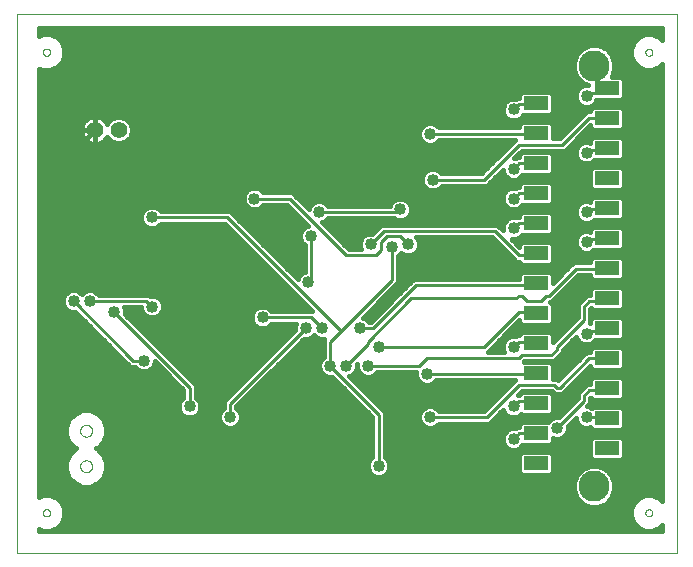
<source format=gbl>
G75*
%MOIN*%
%OFA0B0*%
%FSLAX25Y25*%
%IPPOS*%
%LPD*%
%AMOC8*
5,1,8,0,0,1.08239X$1,22.5*
%
%ADD10C,0.00000*%
%ADD11R,0.07900X0.04700*%
%ADD12C,0.10350*%
%ADD13C,0.05543*%
%ADD14C,0.01600*%
%ADD15R,0.03962X0.03962*%
%ADD16C,0.01000*%
%ADD17C,0.04000*%
D10*
X0001000Y0001000D02*
X0001000Y0180961D01*
X0221079Y0180961D01*
X0221079Y0001000D01*
X0001000Y0001000D01*
X0009819Y0014543D02*
X0009821Y0014612D01*
X0009827Y0014680D01*
X0009837Y0014748D01*
X0009851Y0014815D01*
X0009869Y0014882D01*
X0009890Y0014947D01*
X0009916Y0015011D01*
X0009945Y0015073D01*
X0009977Y0015133D01*
X0010013Y0015192D01*
X0010053Y0015248D01*
X0010095Y0015302D01*
X0010141Y0015353D01*
X0010190Y0015402D01*
X0010241Y0015448D01*
X0010295Y0015490D01*
X0010351Y0015530D01*
X0010409Y0015566D01*
X0010470Y0015598D01*
X0010532Y0015627D01*
X0010596Y0015653D01*
X0010661Y0015674D01*
X0010728Y0015692D01*
X0010795Y0015706D01*
X0010863Y0015716D01*
X0010931Y0015722D01*
X0011000Y0015724D01*
X0011069Y0015722D01*
X0011137Y0015716D01*
X0011205Y0015706D01*
X0011272Y0015692D01*
X0011339Y0015674D01*
X0011404Y0015653D01*
X0011468Y0015627D01*
X0011530Y0015598D01*
X0011590Y0015566D01*
X0011649Y0015530D01*
X0011705Y0015490D01*
X0011759Y0015448D01*
X0011810Y0015402D01*
X0011859Y0015353D01*
X0011905Y0015302D01*
X0011947Y0015248D01*
X0011987Y0015192D01*
X0012023Y0015133D01*
X0012055Y0015073D01*
X0012084Y0015011D01*
X0012110Y0014947D01*
X0012131Y0014882D01*
X0012149Y0014815D01*
X0012163Y0014748D01*
X0012173Y0014680D01*
X0012179Y0014612D01*
X0012181Y0014543D01*
X0012179Y0014474D01*
X0012173Y0014406D01*
X0012163Y0014338D01*
X0012149Y0014271D01*
X0012131Y0014204D01*
X0012110Y0014139D01*
X0012084Y0014075D01*
X0012055Y0014013D01*
X0012023Y0013952D01*
X0011987Y0013894D01*
X0011947Y0013838D01*
X0011905Y0013784D01*
X0011859Y0013733D01*
X0011810Y0013684D01*
X0011759Y0013638D01*
X0011705Y0013596D01*
X0011649Y0013556D01*
X0011591Y0013520D01*
X0011530Y0013488D01*
X0011468Y0013459D01*
X0011404Y0013433D01*
X0011339Y0013412D01*
X0011272Y0013394D01*
X0011205Y0013380D01*
X0011137Y0013370D01*
X0011069Y0013364D01*
X0011000Y0013362D01*
X0010931Y0013364D01*
X0010863Y0013370D01*
X0010795Y0013380D01*
X0010728Y0013394D01*
X0010661Y0013412D01*
X0010596Y0013433D01*
X0010532Y0013459D01*
X0010470Y0013488D01*
X0010409Y0013520D01*
X0010351Y0013556D01*
X0010295Y0013596D01*
X0010241Y0013638D01*
X0010190Y0013684D01*
X0010141Y0013733D01*
X0010095Y0013784D01*
X0010053Y0013838D01*
X0010013Y0013894D01*
X0009977Y0013952D01*
X0009945Y0014013D01*
X0009916Y0014075D01*
X0009890Y0014139D01*
X0009869Y0014204D01*
X0009851Y0014271D01*
X0009837Y0014338D01*
X0009827Y0014406D01*
X0009821Y0014474D01*
X0009819Y0014543D01*
X0022220Y0030094D02*
X0022222Y0030182D01*
X0022228Y0030270D01*
X0022238Y0030358D01*
X0022252Y0030446D01*
X0022269Y0030532D01*
X0022291Y0030618D01*
X0022316Y0030702D01*
X0022346Y0030786D01*
X0022378Y0030868D01*
X0022415Y0030948D01*
X0022455Y0031027D01*
X0022499Y0031104D01*
X0022546Y0031179D01*
X0022596Y0031251D01*
X0022650Y0031322D01*
X0022706Y0031389D01*
X0022766Y0031455D01*
X0022828Y0031517D01*
X0022894Y0031577D01*
X0022961Y0031633D01*
X0023032Y0031687D01*
X0023104Y0031737D01*
X0023179Y0031784D01*
X0023256Y0031828D01*
X0023335Y0031868D01*
X0023415Y0031905D01*
X0023497Y0031937D01*
X0023581Y0031967D01*
X0023665Y0031992D01*
X0023751Y0032014D01*
X0023837Y0032031D01*
X0023925Y0032045D01*
X0024013Y0032055D01*
X0024101Y0032061D01*
X0024189Y0032063D01*
X0024277Y0032061D01*
X0024365Y0032055D01*
X0024453Y0032045D01*
X0024541Y0032031D01*
X0024627Y0032014D01*
X0024713Y0031992D01*
X0024797Y0031967D01*
X0024881Y0031937D01*
X0024963Y0031905D01*
X0025043Y0031868D01*
X0025122Y0031828D01*
X0025199Y0031784D01*
X0025274Y0031737D01*
X0025346Y0031687D01*
X0025417Y0031633D01*
X0025484Y0031577D01*
X0025550Y0031517D01*
X0025612Y0031455D01*
X0025672Y0031389D01*
X0025728Y0031322D01*
X0025782Y0031251D01*
X0025832Y0031179D01*
X0025879Y0031104D01*
X0025923Y0031027D01*
X0025963Y0030948D01*
X0026000Y0030868D01*
X0026032Y0030786D01*
X0026062Y0030702D01*
X0026087Y0030618D01*
X0026109Y0030532D01*
X0026126Y0030446D01*
X0026140Y0030358D01*
X0026150Y0030270D01*
X0026156Y0030182D01*
X0026158Y0030094D01*
X0026156Y0030006D01*
X0026150Y0029918D01*
X0026140Y0029830D01*
X0026126Y0029742D01*
X0026109Y0029656D01*
X0026087Y0029570D01*
X0026062Y0029486D01*
X0026032Y0029402D01*
X0026000Y0029320D01*
X0025963Y0029240D01*
X0025923Y0029161D01*
X0025879Y0029084D01*
X0025832Y0029009D01*
X0025782Y0028937D01*
X0025728Y0028866D01*
X0025672Y0028799D01*
X0025612Y0028733D01*
X0025550Y0028671D01*
X0025484Y0028611D01*
X0025417Y0028555D01*
X0025346Y0028501D01*
X0025274Y0028451D01*
X0025199Y0028404D01*
X0025122Y0028360D01*
X0025043Y0028320D01*
X0024963Y0028283D01*
X0024881Y0028251D01*
X0024797Y0028221D01*
X0024713Y0028196D01*
X0024627Y0028174D01*
X0024541Y0028157D01*
X0024453Y0028143D01*
X0024365Y0028133D01*
X0024277Y0028127D01*
X0024189Y0028125D01*
X0024101Y0028127D01*
X0024013Y0028133D01*
X0023925Y0028143D01*
X0023837Y0028157D01*
X0023751Y0028174D01*
X0023665Y0028196D01*
X0023581Y0028221D01*
X0023497Y0028251D01*
X0023415Y0028283D01*
X0023335Y0028320D01*
X0023256Y0028360D01*
X0023179Y0028404D01*
X0023104Y0028451D01*
X0023032Y0028501D01*
X0022961Y0028555D01*
X0022894Y0028611D01*
X0022828Y0028671D01*
X0022766Y0028733D01*
X0022706Y0028799D01*
X0022650Y0028866D01*
X0022596Y0028937D01*
X0022546Y0029009D01*
X0022499Y0029084D01*
X0022455Y0029161D01*
X0022415Y0029240D01*
X0022378Y0029320D01*
X0022346Y0029402D01*
X0022316Y0029486D01*
X0022291Y0029570D01*
X0022269Y0029656D01*
X0022252Y0029742D01*
X0022238Y0029830D01*
X0022228Y0029918D01*
X0022222Y0030006D01*
X0022220Y0030094D01*
X0022220Y0041906D02*
X0022222Y0041994D01*
X0022228Y0042082D01*
X0022238Y0042170D01*
X0022252Y0042258D01*
X0022269Y0042344D01*
X0022291Y0042430D01*
X0022316Y0042514D01*
X0022346Y0042598D01*
X0022378Y0042680D01*
X0022415Y0042760D01*
X0022455Y0042839D01*
X0022499Y0042916D01*
X0022546Y0042991D01*
X0022596Y0043063D01*
X0022650Y0043134D01*
X0022706Y0043201D01*
X0022766Y0043267D01*
X0022828Y0043329D01*
X0022894Y0043389D01*
X0022961Y0043445D01*
X0023032Y0043499D01*
X0023104Y0043549D01*
X0023179Y0043596D01*
X0023256Y0043640D01*
X0023335Y0043680D01*
X0023415Y0043717D01*
X0023497Y0043749D01*
X0023581Y0043779D01*
X0023665Y0043804D01*
X0023751Y0043826D01*
X0023837Y0043843D01*
X0023925Y0043857D01*
X0024013Y0043867D01*
X0024101Y0043873D01*
X0024189Y0043875D01*
X0024277Y0043873D01*
X0024365Y0043867D01*
X0024453Y0043857D01*
X0024541Y0043843D01*
X0024627Y0043826D01*
X0024713Y0043804D01*
X0024797Y0043779D01*
X0024881Y0043749D01*
X0024963Y0043717D01*
X0025043Y0043680D01*
X0025122Y0043640D01*
X0025199Y0043596D01*
X0025274Y0043549D01*
X0025346Y0043499D01*
X0025417Y0043445D01*
X0025484Y0043389D01*
X0025550Y0043329D01*
X0025612Y0043267D01*
X0025672Y0043201D01*
X0025728Y0043134D01*
X0025782Y0043063D01*
X0025832Y0042991D01*
X0025879Y0042916D01*
X0025923Y0042839D01*
X0025963Y0042760D01*
X0026000Y0042680D01*
X0026032Y0042598D01*
X0026062Y0042514D01*
X0026087Y0042430D01*
X0026109Y0042344D01*
X0026126Y0042258D01*
X0026140Y0042170D01*
X0026150Y0042082D01*
X0026156Y0041994D01*
X0026158Y0041906D01*
X0026156Y0041818D01*
X0026150Y0041730D01*
X0026140Y0041642D01*
X0026126Y0041554D01*
X0026109Y0041468D01*
X0026087Y0041382D01*
X0026062Y0041298D01*
X0026032Y0041214D01*
X0026000Y0041132D01*
X0025963Y0041052D01*
X0025923Y0040973D01*
X0025879Y0040896D01*
X0025832Y0040821D01*
X0025782Y0040749D01*
X0025728Y0040678D01*
X0025672Y0040611D01*
X0025612Y0040545D01*
X0025550Y0040483D01*
X0025484Y0040423D01*
X0025417Y0040367D01*
X0025346Y0040313D01*
X0025274Y0040263D01*
X0025199Y0040216D01*
X0025122Y0040172D01*
X0025043Y0040132D01*
X0024963Y0040095D01*
X0024881Y0040063D01*
X0024797Y0040033D01*
X0024713Y0040008D01*
X0024627Y0039986D01*
X0024541Y0039969D01*
X0024453Y0039955D01*
X0024365Y0039945D01*
X0024277Y0039939D01*
X0024189Y0039937D01*
X0024101Y0039939D01*
X0024013Y0039945D01*
X0023925Y0039955D01*
X0023837Y0039969D01*
X0023751Y0039986D01*
X0023665Y0040008D01*
X0023581Y0040033D01*
X0023497Y0040063D01*
X0023415Y0040095D01*
X0023335Y0040132D01*
X0023256Y0040172D01*
X0023179Y0040216D01*
X0023104Y0040263D01*
X0023032Y0040313D01*
X0022961Y0040367D01*
X0022894Y0040423D01*
X0022828Y0040483D01*
X0022766Y0040545D01*
X0022706Y0040611D01*
X0022650Y0040678D01*
X0022596Y0040749D01*
X0022546Y0040821D01*
X0022499Y0040896D01*
X0022455Y0040973D01*
X0022415Y0041052D01*
X0022378Y0041132D01*
X0022346Y0041214D01*
X0022316Y0041298D01*
X0022291Y0041382D01*
X0022269Y0041468D01*
X0022252Y0041554D01*
X0022238Y0041642D01*
X0022228Y0041730D01*
X0022222Y0041818D01*
X0022220Y0041906D01*
X0009819Y0168087D02*
X0009821Y0168156D01*
X0009827Y0168224D01*
X0009837Y0168292D01*
X0009851Y0168359D01*
X0009869Y0168426D01*
X0009890Y0168491D01*
X0009916Y0168555D01*
X0009945Y0168617D01*
X0009977Y0168677D01*
X0010013Y0168736D01*
X0010053Y0168792D01*
X0010095Y0168846D01*
X0010141Y0168897D01*
X0010190Y0168946D01*
X0010241Y0168992D01*
X0010295Y0169034D01*
X0010351Y0169074D01*
X0010409Y0169110D01*
X0010470Y0169142D01*
X0010532Y0169171D01*
X0010596Y0169197D01*
X0010661Y0169218D01*
X0010728Y0169236D01*
X0010795Y0169250D01*
X0010863Y0169260D01*
X0010931Y0169266D01*
X0011000Y0169268D01*
X0011069Y0169266D01*
X0011137Y0169260D01*
X0011205Y0169250D01*
X0011272Y0169236D01*
X0011339Y0169218D01*
X0011404Y0169197D01*
X0011468Y0169171D01*
X0011530Y0169142D01*
X0011590Y0169110D01*
X0011649Y0169074D01*
X0011705Y0169034D01*
X0011759Y0168992D01*
X0011810Y0168946D01*
X0011859Y0168897D01*
X0011905Y0168846D01*
X0011947Y0168792D01*
X0011987Y0168736D01*
X0012023Y0168677D01*
X0012055Y0168617D01*
X0012084Y0168555D01*
X0012110Y0168491D01*
X0012131Y0168426D01*
X0012149Y0168359D01*
X0012163Y0168292D01*
X0012173Y0168224D01*
X0012179Y0168156D01*
X0012181Y0168087D01*
X0012179Y0168018D01*
X0012173Y0167950D01*
X0012163Y0167882D01*
X0012149Y0167815D01*
X0012131Y0167748D01*
X0012110Y0167683D01*
X0012084Y0167619D01*
X0012055Y0167557D01*
X0012023Y0167496D01*
X0011987Y0167438D01*
X0011947Y0167382D01*
X0011905Y0167328D01*
X0011859Y0167277D01*
X0011810Y0167228D01*
X0011759Y0167182D01*
X0011705Y0167140D01*
X0011649Y0167100D01*
X0011591Y0167064D01*
X0011530Y0167032D01*
X0011468Y0167003D01*
X0011404Y0166977D01*
X0011339Y0166956D01*
X0011272Y0166938D01*
X0011205Y0166924D01*
X0011137Y0166914D01*
X0011069Y0166908D01*
X0011000Y0166906D01*
X0010931Y0166908D01*
X0010863Y0166914D01*
X0010795Y0166924D01*
X0010728Y0166938D01*
X0010661Y0166956D01*
X0010596Y0166977D01*
X0010532Y0167003D01*
X0010470Y0167032D01*
X0010409Y0167064D01*
X0010351Y0167100D01*
X0010295Y0167140D01*
X0010241Y0167182D01*
X0010190Y0167228D01*
X0010141Y0167277D01*
X0010095Y0167328D01*
X0010053Y0167382D01*
X0010013Y0167438D01*
X0009977Y0167496D01*
X0009945Y0167557D01*
X0009916Y0167619D01*
X0009890Y0167683D01*
X0009869Y0167748D01*
X0009851Y0167815D01*
X0009837Y0167882D01*
X0009827Y0167950D01*
X0009821Y0168018D01*
X0009819Y0168087D01*
X0210606Y0168087D02*
X0210608Y0168156D01*
X0210614Y0168224D01*
X0210624Y0168292D01*
X0210638Y0168359D01*
X0210656Y0168426D01*
X0210677Y0168491D01*
X0210703Y0168555D01*
X0210732Y0168617D01*
X0210764Y0168677D01*
X0210800Y0168736D01*
X0210840Y0168792D01*
X0210882Y0168846D01*
X0210928Y0168897D01*
X0210977Y0168946D01*
X0211028Y0168992D01*
X0211082Y0169034D01*
X0211138Y0169074D01*
X0211196Y0169110D01*
X0211257Y0169142D01*
X0211319Y0169171D01*
X0211383Y0169197D01*
X0211448Y0169218D01*
X0211515Y0169236D01*
X0211582Y0169250D01*
X0211650Y0169260D01*
X0211718Y0169266D01*
X0211787Y0169268D01*
X0211856Y0169266D01*
X0211924Y0169260D01*
X0211992Y0169250D01*
X0212059Y0169236D01*
X0212126Y0169218D01*
X0212191Y0169197D01*
X0212255Y0169171D01*
X0212317Y0169142D01*
X0212377Y0169110D01*
X0212436Y0169074D01*
X0212492Y0169034D01*
X0212546Y0168992D01*
X0212597Y0168946D01*
X0212646Y0168897D01*
X0212692Y0168846D01*
X0212734Y0168792D01*
X0212774Y0168736D01*
X0212810Y0168677D01*
X0212842Y0168617D01*
X0212871Y0168555D01*
X0212897Y0168491D01*
X0212918Y0168426D01*
X0212936Y0168359D01*
X0212950Y0168292D01*
X0212960Y0168224D01*
X0212966Y0168156D01*
X0212968Y0168087D01*
X0212966Y0168018D01*
X0212960Y0167950D01*
X0212950Y0167882D01*
X0212936Y0167815D01*
X0212918Y0167748D01*
X0212897Y0167683D01*
X0212871Y0167619D01*
X0212842Y0167557D01*
X0212810Y0167496D01*
X0212774Y0167438D01*
X0212734Y0167382D01*
X0212692Y0167328D01*
X0212646Y0167277D01*
X0212597Y0167228D01*
X0212546Y0167182D01*
X0212492Y0167140D01*
X0212436Y0167100D01*
X0212378Y0167064D01*
X0212317Y0167032D01*
X0212255Y0167003D01*
X0212191Y0166977D01*
X0212126Y0166956D01*
X0212059Y0166938D01*
X0211992Y0166924D01*
X0211924Y0166914D01*
X0211856Y0166908D01*
X0211787Y0166906D01*
X0211718Y0166908D01*
X0211650Y0166914D01*
X0211582Y0166924D01*
X0211515Y0166938D01*
X0211448Y0166956D01*
X0211383Y0166977D01*
X0211319Y0167003D01*
X0211257Y0167032D01*
X0211196Y0167064D01*
X0211138Y0167100D01*
X0211082Y0167140D01*
X0211028Y0167182D01*
X0210977Y0167228D01*
X0210928Y0167277D01*
X0210882Y0167328D01*
X0210840Y0167382D01*
X0210800Y0167438D01*
X0210764Y0167496D01*
X0210732Y0167557D01*
X0210703Y0167619D01*
X0210677Y0167683D01*
X0210656Y0167748D01*
X0210638Y0167815D01*
X0210624Y0167882D01*
X0210614Y0167950D01*
X0210608Y0168018D01*
X0210606Y0168087D01*
X0210606Y0014543D02*
X0210608Y0014612D01*
X0210614Y0014680D01*
X0210624Y0014748D01*
X0210638Y0014815D01*
X0210656Y0014882D01*
X0210677Y0014947D01*
X0210703Y0015011D01*
X0210732Y0015073D01*
X0210764Y0015133D01*
X0210800Y0015192D01*
X0210840Y0015248D01*
X0210882Y0015302D01*
X0210928Y0015353D01*
X0210977Y0015402D01*
X0211028Y0015448D01*
X0211082Y0015490D01*
X0211138Y0015530D01*
X0211196Y0015566D01*
X0211257Y0015598D01*
X0211319Y0015627D01*
X0211383Y0015653D01*
X0211448Y0015674D01*
X0211515Y0015692D01*
X0211582Y0015706D01*
X0211650Y0015716D01*
X0211718Y0015722D01*
X0211787Y0015724D01*
X0211856Y0015722D01*
X0211924Y0015716D01*
X0211992Y0015706D01*
X0212059Y0015692D01*
X0212126Y0015674D01*
X0212191Y0015653D01*
X0212255Y0015627D01*
X0212317Y0015598D01*
X0212377Y0015566D01*
X0212436Y0015530D01*
X0212492Y0015490D01*
X0212546Y0015448D01*
X0212597Y0015402D01*
X0212646Y0015353D01*
X0212692Y0015302D01*
X0212734Y0015248D01*
X0212774Y0015192D01*
X0212810Y0015133D01*
X0212842Y0015073D01*
X0212871Y0015011D01*
X0212897Y0014947D01*
X0212918Y0014882D01*
X0212936Y0014815D01*
X0212950Y0014748D01*
X0212960Y0014680D01*
X0212966Y0014612D01*
X0212968Y0014543D01*
X0212966Y0014474D01*
X0212960Y0014406D01*
X0212950Y0014338D01*
X0212936Y0014271D01*
X0212918Y0014204D01*
X0212897Y0014139D01*
X0212871Y0014075D01*
X0212842Y0014013D01*
X0212810Y0013952D01*
X0212774Y0013894D01*
X0212734Y0013838D01*
X0212692Y0013784D01*
X0212646Y0013733D01*
X0212597Y0013684D01*
X0212546Y0013638D01*
X0212492Y0013596D01*
X0212436Y0013556D01*
X0212378Y0013520D01*
X0212317Y0013488D01*
X0212255Y0013459D01*
X0212191Y0013433D01*
X0212126Y0013412D01*
X0212059Y0013394D01*
X0211992Y0013380D01*
X0211924Y0013370D01*
X0211856Y0013364D01*
X0211787Y0013362D01*
X0211718Y0013364D01*
X0211650Y0013370D01*
X0211582Y0013380D01*
X0211515Y0013394D01*
X0211448Y0013412D01*
X0211383Y0013433D01*
X0211319Y0013459D01*
X0211257Y0013488D01*
X0211196Y0013520D01*
X0211138Y0013556D01*
X0211082Y0013596D01*
X0211028Y0013638D01*
X0210977Y0013684D01*
X0210928Y0013733D01*
X0210882Y0013784D01*
X0210840Y0013838D01*
X0210800Y0013894D01*
X0210764Y0013952D01*
X0210732Y0014013D01*
X0210703Y0014075D01*
X0210677Y0014139D01*
X0210656Y0014204D01*
X0210638Y0014271D01*
X0210624Y0014338D01*
X0210614Y0014406D01*
X0210608Y0014474D01*
X0210606Y0014543D01*
D11*
X0197811Y0036000D03*
X0197811Y0046000D03*
X0197811Y0056000D03*
X0197811Y0066000D03*
X0197811Y0076000D03*
X0197811Y0086000D03*
X0197811Y0096000D03*
X0197811Y0106000D03*
X0197811Y0116000D03*
X0197811Y0126000D03*
X0197811Y0136000D03*
X0197811Y0146000D03*
X0197811Y0156000D03*
X0174211Y0151000D03*
X0174211Y0141000D03*
X0174211Y0131000D03*
X0174211Y0121000D03*
X0174211Y0111000D03*
X0174211Y0101000D03*
X0174211Y0091000D03*
X0174211Y0081000D03*
X0174211Y0071000D03*
X0174211Y0061000D03*
X0174211Y0051000D03*
X0174211Y0041000D03*
X0174211Y0031000D03*
D12*
X0193511Y0023400D03*
X0193511Y0163600D03*
D13*
X0035016Y0142122D03*
X0027142Y0142122D03*
D14*
X0016020Y0131000D01*
X0016000Y0131000D01*
X0008500Y0131148D02*
X0159379Y0131148D01*
X0160977Y0132747D02*
X0008500Y0132747D01*
X0008500Y0134345D02*
X0162576Y0134345D01*
X0164174Y0135944D02*
X0008500Y0135944D01*
X0008500Y0137542D02*
X0137499Y0137542D01*
X0138084Y0137300D02*
X0136761Y0137848D01*
X0135748Y0138861D01*
X0135200Y0140184D01*
X0135200Y0141616D01*
X0135748Y0142939D01*
X0136761Y0143952D01*
X0138084Y0144500D01*
X0139516Y0144500D01*
X0140839Y0143952D01*
X0141791Y0143000D01*
X0168661Y0143000D01*
X0168661Y0144013D01*
X0169598Y0144950D01*
X0178824Y0144950D01*
X0179761Y0144013D01*
X0179761Y0139400D01*
X0182030Y0139400D01*
X0189800Y0147170D01*
X0191030Y0148400D01*
X0192261Y0148400D01*
X0192261Y0149013D01*
X0193198Y0149950D01*
X0202424Y0149950D01*
X0203361Y0149013D01*
X0203361Y0142987D01*
X0202424Y0142050D01*
X0193198Y0142050D01*
X0192261Y0142987D01*
X0192261Y0143691D01*
X0183770Y0135200D01*
X0169370Y0135200D01*
X0166970Y0132800D01*
X0167330Y0132800D01*
X0167630Y0133100D01*
X0168661Y0133100D01*
X0168661Y0134013D01*
X0169598Y0134950D01*
X0178824Y0134950D01*
X0179761Y0134013D01*
X0179761Y0127987D01*
X0178824Y0127050D01*
X0169641Y0127050D01*
X0168739Y0126148D01*
X0167416Y0125600D01*
X0165984Y0125600D01*
X0164661Y0126148D01*
X0163648Y0127161D01*
X0163100Y0128484D01*
X0163100Y0128930D01*
X0157670Y0123500D01*
X0142691Y0123500D01*
X0141739Y0122548D01*
X0140416Y0122000D01*
X0138984Y0122000D01*
X0137661Y0122548D01*
X0136648Y0123561D01*
X0136100Y0124884D01*
X0136100Y0126316D01*
X0136648Y0127639D01*
X0137661Y0128652D01*
X0138984Y0129200D01*
X0140416Y0129200D01*
X0141739Y0128652D01*
X0142691Y0127700D01*
X0155930Y0127700D01*
X0166400Y0138170D01*
X0167030Y0138800D01*
X0141791Y0138800D01*
X0140839Y0137848D01*
X0139516Y0137300D01*
X0138084Y0137300D01*
X0140101Y0137542D02*
X0165773Y0137542D01*
X0168515Y0134345D02*
X0168994Y0134345D01*
X0163321Y0127951D02*
X0162121Y0127951D01*
X0160523Y0126353D02*
X0164456Y0126353D01*
X0168661Y0124013D02*
X0168661Y0123200D01*
X0167630Y0123200D01*
X0167330Y0122900D01*
X0165984Y0122900D01*
X0164661Y0122352D01*
X0163648Y0121339D01*
X0163100Y0120016D01*
X0163100Y0118584D01*
X0163648Y0117261D01*
X0164661Y0116248D01*
X0165984Y0115700D01*
X0167416Y0115700D01*
X0168739Y0116248D01*
X0169570Y0117079D01*
X0169598Y0117050D01*
X0178824Y0117050D01*
X0179761Y0117987D01*
X0179761Y0124013D01*
X0178824Y0124950D01*
X0169598Y0124950D01*
X0168661Y0124013D01*
X0169403Y0124754D02*
X0158924Y0124754D01*
X0156182Y0127951D02*
X0142440Y0127951D01*
X0142347Y0123156D02*
X0167586Y0123156D01*
X0168944Y0126353D02*
X0192261Y0126353D01*
X0192261Y0127951D02*
X0179725Y0127951D01*
X0179761Y0129550D02*
X0192798Y0129550D01*
X0193198Y0129950D02*
X0192261Y0129013D01*
X0192261Y0122987D01*
X0193198Y0122050D01*
X0202424Y0122050D01*
X0203361Y0122987D01*
X0203361Y0129013D01*
X0202424Y0129950D01*
X0193198Y0129950D01*
X0193039Y0131548D02*
X0191716Y0131000D01*
X0190284Y0131000D01*
X0188961Y0131548D01*
X0187948Y0132561D01*
X0187400Y0133884D01*
X0187400Y0135316D01*
X0187948Y0136639D01*
X0188961Y0137652D01*
X0190284Y0138200D01*
X0191716Y0138200D01*
X0192261Y0137974D01*
X0192261Y0139013D01*
X0193198Y0139950D01*
X0202424Y0139950D01*
X0203361Y0139013D01*
X0203361Y0132987D01*
X0202424Y0132050D01*
X0193541Y0132050D01*
X0193039Y0131548D01*
X0192074Y0131148D02*
X0216279Y0131148D01*
X0216279Y0129550D02*
X0202824Y0129550D01*
X0203361Y0127951D02*
X0216279Y0127951D01*
X0216279Y0126353D02*
X0203361Y0126353D01*
X0203361Y0124754D02*
X0216279Y0124754D01*
X0216279Y0123156D02*
X0203361Y0123156D01*
X0202424Y0119950D02*
X0193198Y0119950D01*
X0192261Y0119013D01*
X0192261Y0118174D01*
X0191716Y0118400D01*
X0190284Y0118400D01*
X0188961Y0117852D01*
X0187948Y0116839D01*
X0187400Y0115516D01*
X0187400Y0114084D01*
X0187948Y0112761D01*
X0188961Y0111748D01*
X0190284Y0111200D01*
X0191716Y0111200D01*
X0193039Y0111748D01*
X0193341Y0112050D01*
X0202424Y0112050D01*
X0203361Y0112987D01*
X0203361Y0119013D01*
X0202424Y0119950D01*
X0203361Y0118360D02*
X0216279Y0118360D01*
X0216279Y0116762D02*
X0203361Y0116762D01*
X0203361Y0115163D02*
X0216279Y0115163D01*
X0216279Y0113565D02*
X0203361Y0113565D01*
X0202424Y0109950D02*
X0193198Y0109950D01*
X0192261Y0109013D01*
X0192261Y0108274D01*
X0191716Y0108500D01*
X0190284Y0108500D01*
X0188961Y0107952D01*
X0187948Y0106939D01*
X0187400Y0105616D01*
X0187400Y0104184D01*
X0187948Y0102861D01*
X0188961Y0101848D01*
X0190284Y0101300D01*
X0191716Y0101300D01*
X0193039Y0101848D01*
X0193241Y0102050D01*
X0202424Y0102050D01*
X0203361Y0102987D01*
X0203361Y0109013D01*
X0202424Y0109950D01*
X0203361Y0108769D02*
X0216279Y0108769D01*
X0216279Y0107171D02*
X0203361Y0107171D01*
X0203361Y0105572D02*
X0216279Y0105572D01*
X0216279Y0103974D02*
X0203361Y0103974D01*
X0202749Y0102375D02*
X0216279Y0102375D01*
X0216279Y0100777D02*
X0179761Y0100777D01*
X0179761Y0102375D02*
X0188434Y0102375D01*
X0187487Y0103974D02*
X0179761Y0103974D01*
X0179761Y0104013D02*
X0178824Y0104950D01*
X0169598Y0104950D01*
X0168661Y0104013D01*
X0168661Y0103209D01*
X0166070Y0105800D01*
X0167416Y0105800D01*
X0168739Y0106348D01*
X0169520Y0107129D01*
X0169598Y0107050D01*
X0178824Y0107050D01*
X0179761Y0107987D01*
X0179761Y0114013D01*
X0178824Y0114950D01*
X0169598Y0114950D01*
X0168661Y0114013D01*
X0168661Y0113300D01*
X0167630Y0113300D01*
X0167330Y0113000D01*
X0165984Y0113000D01*
X0164661Y0112452D01*
X0163648Y0111439D01*
X0163100Y0110116D01*
X0163100Y0108770D01*
X0161270Y0110600D01*
X0122630Y0110600D01*
X0121400Y0109370D01*
X0119630Y0107600D01*
X0118284Y0107600D01*
X0116961Y0107052D01*
X0115948Y0106039D01*
X0115400Y0104716D01*
X0115400Y0103284D01*
X0115725Y0102500D01*
X0111770Y0102500D01*
X0102937Y0111333D01*
X0103939Y0111748D01*
X0104891Y0112700D01*
X0126809Y0112700D01*
X0126861Y0112648D01*
X0128184Y0112100D01*
X0129616Y0112100D01*
X0130939Y0112648D01*
X0131952Y0113661D01*
X0132500Y0114984D01*
X0132500Y0116416D01*
X0131952Y0117739D01*
X0130939Y0118752D01*
X0129616Y0119300D01*
X0128184Y0119300D01*
X0126861Y0118752D01*
X0125848Y0117739D01*
X0125500Y0116900D01*
X0104891Y0116900D01*
X0103939Y0117852D01*
X0102616Y0118400D01*
X0101184Y0118400D01*
X0099861Y0117852D01*
X0098848Y0116839D01*
X0098433Y0115837D01*
X0092870Y0121400D01*
X0083291Y0121400D01*
X0082339Y0122352D01*
X0081016Y0122900D01*
X0079584Y0122900D01*
X0078261Y0122352D01*
X0077248Y0121339D01*
X0076700Y0120016D01*
X0076700Y0118584D01*
X0077248Y0117261D01*
X0078261Y0116248D01*
X0079584Y0115700D01*
X0081016Y0115700D01*
X0082339Y0116248D01*
X0083291Y0117200D01*
X0091130Y0117200D01*
X0098163Y0110167D01*
X0097161Y0109752D01*
X0096148Y0108739D01*
X0095600Y0107416D01*
X0095600Y0105984D01*
X0096148Y0104661D01*
X0097100Y0103709D01*
X0097100Y0094800D01*
X0096261Y0094452D01*
X0095248Y0093439D01*
X0094833Y0092437D01*
X0073400Y0113870D01*
X0072170Y0115100D01*
X0049091Y0115100D01*
X0048139Y0116052D01*
X0046816Y0116600D01*
X0045384Y0116600D01*
X0044061Y0116052D01*
X0043048Y0115039D01*
X0042500Y0113716D01*
X0042500Y0112284D01*
X0043048Y0110961D01*
X0044061Y0109948D01*
X0045384Y0109400D01*
X0046816Y0109400D01*
X0048139Y0109948D01*
X0049091Y0110900D01*
X0070430Y0110900D01*
X0099530Y0081800D01*
X0085991Y0081800D01*
X0085039Y0082752D01*
X0083716Y0083300D01*
X0082284Y0083300D01*
X0080961Y0082752D01*
X0079948Y0081739D01*
X0079400Y0080416D01*
X0079400Y0078984D01*
X0079948Y0077661D01*
X0080961Y0076648D01*
X0082284Y0076100D01*
X0083716Y0076100D01*
X0085039Y0076648D01*
X0085991Y0077600D01*
X0094125Y0077600D01*
X0093800Y0076816D01*
X0093800Y0075470D01*
X0070100Y0051770D01*
X0070100Y0049391D01*
X0069148Y0048439D01*
X0068600Y0047116D01*
X0068600Y0045684D01*
X0069148Y0044361D01*
X0070161Y0043348D01*
X0071484Y0042800D01*
X0072916Y0042800D01*
X0074239Y0043348D01*
X0075252Y0044361D01*
X0075800Y0045684D01*
X0075800Y0047116D01*
X0075252Y0048439D01*
X0074300Y0049391D01*
X0074300Y0050030D01*
X0096770Y0072500D01*
X0098116Y0072500D01*
X0099439Y0073048D01*
X0100100Y0073709D01*
X0100761Y0073048D01*
X0102084Y0072500D01*
X0103430Y0072500D01*
X0103400Y0072470D01*
X0103400Y0066491D01*
X0102448Y0065539D01*
X0101900Y0064216D01*
X0101900Y0062784D01*
X0102448Y0061461D01*
X0103461Y0060448D01*
X0104784Y0059900D01*
X0106130Y0059900D01*
X0119600Y0046430D01*
X0119600Y0033191D01*
X0118648Y0032239D01*
X0118100Y0030916D01*
X0118100Y0029484D01*
X0118648Y0028161D01*
X0119661Y0027148D01*
X0120984Y0026600D01*
X0122416Y0026600D01*
X0123739Y0027148D01*
X0124752Y0028161D01*
X0125300Y0029484D01*
X0125300Y0030916D01*
X0124752Y0032239D01*
X0123800Y0033191D01*
X0123800Y0048170D01*
X0111937Y0060033D01*
X0112939Y0060448D01*
X0113952Y0061461D01*
X0114500Y0062784D01*
X0115048Y0061461D01*
X0116061Y0060448D01*
X0117384Y0059900D01*
X0118816Y0059900D01*
X0120139Y0060448D01*
X0121091Y0061400D01*
X0134300Y0061400D01*
X0134300Y0060084D01*
X0134848Y0058761D01*
X0135861Y0057748D01*
X0137184Y0057200D01*
X0138616Y0057200D01*
X0139939Y0057748D01*
X0140891Y0058700D01*
X0167030Y0058700D01*
X0166400Y0058070D01*
X0156830Y0048500D01*
X0141791Y0048500D01*
X0140839Y0049452D01*
X0139516Y0050000D01*
X0138084Y0050000D01*
X0136761Y0049452D01*
X0135748Y0048439D01*
X0135200Y0047116D01*
X0135200Y0045684D01*
X0135748Y0044361D01*
X0136761Y0043348D01*
X0138084Y0042800D01*
X0139516Y0042800D01*
X0140839Y0043348D01*
X0141791Y0044300D01*
X0158570Y0044300D01*
X0163233Y0048963D01*
X0163648Y0047961D01*
X0164661Y0046948D01*
X0165984Y0046400D01*
X0167416Y0046400D01*
X0168739Y0046948D01*
X0169220Y0047429D01*
X0169598Y0047050D01*
X0178824Y0047050D01*
X0179761Y0047987D01*
X0179761Y0054013D01*
X0178824Y0054950D01*
X0169598Y0054950D01*
X0168661Y0054013D01*
X0168661Y0053900D01*
X0168170Y0053900D01*
X0169370Y0055100D01*
X0179330Y0055100D01*
X0180230Y0054200D01*
X0182870Y0054200D01*
X0192261Y0063591D01*
X0192261Y0062987D01*
X0193198Y0062050D01*
X0202424Y0062050D01*
X0203361Y0062987D01*
X0203361Y0069013D01*
X0202424Y0069950D01*
X0193198Y0069950D01*
X0192261Y0069013D01*
X0192261Y0068300D01*
X0191030Y0068300D01*
X0189800Y0067070D01*
X0181550Y0058820D01*
X0181070Y0059300D01*
X0179761Y0059300D01*
X0179761Y0064013D01*
X0178824Y0064950D01*
X0170220Y0064950D01*
X0170270Y0065000D01*
X0180170Y0065000D01*
X0181970Y0066800D01*
X0183200Y0068030D01*
X0183200Y0068930D01*
X0187533Y0073263D01*
X0187948Y0072261D01*
X0188961Y0071248D01*
X0190284Y0070700D01*
X0191716Y0070700D01*
X0193039Y0071248D01*
X0193841Y0072050D01*
X0202424Y0072050D01*
X0203361Y0072987D01*
X0203361Y0079013D01*
X0202424Y0079950D01*
X0193198Y0079950D01*
X0192261Y0079013D01*
X0192261Y0077674D01*
X0192037Y0077767D01*
X0192200Y0077930D01*
X0192200Y0082430D01*
X0192509Y0082739D01*
X0193198Y0082050D01*
X0202424Y0082050D01*
X0203361Y0082987D01*
X0203361Y0089013D01*
X0202424Y0089950D01*
X0193198Y0089950D01*
X0192261Y0089013D01*
X0192261Y0087200D01*
X0191030Y0087200D01*
X0189800Y0085970D01*
X0188000Y0084170D01*
X0188000Y0079670D01*
X0179761Y0071431D01*
X0179761Y0074013D01*
X0178824Y0074950D01*
X0169598Y0074950D01*
X0168661Y0074013D01*
X0168661Y0073700D01*
X0167630Y0073700D01*
X0167330Y0073400D01*
X0165984Y0073400D01*
X0164661Y0072852D01*
X0163648Y0071839D01*
X0163100Y0070516D01*
X0163100Y0069084D01*
X0163425Y0068300D01*
X0158270Y0068300D01*
X0158900Y0068930D01*
X0158900Y0068930D01*
X0168661Y0078691D01*
X0168661Y0077987D01*
X0169598Y0077050D01*
X0178824Y0077050D01*
X0179761Y0077987D01*
X0179761Y0084013D01*
X0178974Y0084800D01*
X0179270Y0084800D01*
X0188270Y0093800D01*
X0192261Y0093800D01*
X0192261Y0092987D01*
X0193198Y0092050D01*
X0202424Y0092050D01*
X0203361Y0092987D01*
X0203361Y0099013D01*
X0202424Y0099950D01*
X0193198Y0099950D01*
X0192261Y0099013D01*
X0192261Y0098000D01*
X0186530Y0098000D01*
X0185300Y0096770D01*
X0179761Y0091231D01*
X0179761Y0094013D01*
X0178824Y0094950D01*
X0169598Y0094950D01*
X0168661Y0094013D01*
X0168661Y0092600D01*
X0133430Y0092600D01*
X0132200Y0091370D01*
X0119030Y0078200D01*
X0118391Y0078200D01*
X0117439Y0079152D01*
X0116437Y0079567D01*
X0128300Y0091430D01*
X0128300Y0100109D01*
X0129252Y0101061D01*
X0129309Y0101199D01*
X0129561Y0100948D01*
X0130884Y0100400D01*
X0132316Y0100400D01*
X0133639Y0100948D01*
X0134652Y0101961D01*
X0135200Y0103284D01*
X0135200Y0104716D01*
X0134652Y0106039D01*
X0134291Y0106400D01*
X0159530Y0106400D01*
X0166400Y0099530D01*
X0167630Y0098300D01*
X0168661Y0098300D01*
X0168661Y0097987D01*
X0169598Y0097050D01*
X0178824Y0097050D01*
X0179761Y0097987D01*
X0179761Y0104013D01*
X0178945Y0107171D02*
X0188180Y0107171D01*
X0187400Y0105572D02*
X0166298Y0105572D01*
X0167896Y0103974D02*
X0168661Y0103974D01*
X0165153Y0100777D02*
X0133226Y0100777D01*
X0134824Y0102375D02*
X0163555Y0102375D01*
X0161956Y0103974D02*
X0135200Y0103974D01*
X0134845Y0105572D02*
X0160358Y0105572D01*
X0161502Y0110368D02*
X0163204Y0110368D01*
X0164175Y0111966D02*
X0104157Y0111966D01*
X0103902Y0110368D02*
X0122398Y0110368D01*
X0120799Y0108769D02*
X0105501Y0108769D01*
X0107099Y0107171D02*
X0117248Y0107171D01*
X0115755Y0105572D02*
X0108698Y0105572D01*
X0110296Y0103974D02*
X0115400Y0103974D01*
X0128300Y0099178D02*
X0166752Y0099178D01*
X0169069Y0097580D02*
X0128300Y0097580D01*
X0128300Y0095981D02*
X0184511Y0095981D01*
X0182913Y0094383D02*
X0179391Y0094383D01*
X0179761Y0092784D02*
X0181314Y0092784D01*
X0184057Y0089587D02*
X0192835Y0089587D01*
X0192261Y0087989D02*
X0182458Y0087989D01*
X0180860Y0086390D02*
X0190220Y0086390D01*
X0188622Y0084792D02*
X0178982Y0084792D01*
X0179761Y0083193D02*
X0188000Y0083193D01*
X0188000Y0081595D02*
X0179761Y0081595D01*
X0179761Y0079996D02*
X0188000Y0079996D01*
X0186728Y0078398D02*
X0179761Y0078398D01*
X0183531Y0075201D02*
X0165170Y0075201D01*
X0166769Y0076799D02*
X0185129Y0076799D01*
X0181932Y0073602D02*
X0179761Y0073602D01*
X0179761Y0072003D02*
X0180334Y0072003D01*
X0183200Y0068806D02*
X0192261Y0068806D01*
X0189938Y0067208D02*
X0182378Y0067208D01*
X0180779Y0065609D02*
X0188340Y0065609D01*
X0186741Y0064011D02*
X0179761Y0064011D01*
X0179761Y0062412D02*
X0185143Y0062412D01*
X0183544Y0060814D02*
X0179761Y0060814D01*
X0181154Y0059215D02*
X0181946Y0059215D01*
X0184688Y0056018D02*
X0189549Y0056018D01*
X0189800Y0056270D02*
X0188000Y0054470D01*
X0188000Y0052670D01*
X0181730Y0046400D01*
X0180384Y0046400D01*
X0179061Y0045852D01*
X0178159Y0044950D01*
X0169598Y0044950D01*
X0168661Y0044013D01*
X0168661Y0043100D01*
X0167630Y0043100D01*
X0167330Y0042800D01*
X0165984Y0042800D01*
X0164661Y0042252D01*
X0163648Y0041239D01*
X0163100Y0039916D01*
X0163100Y0038484D01*
X0163648Y0037161D01*
X0164661Y0036148D01*
X0165984Y0035600D01*
X0167416Y0035600D01*
X0168739Y0036148D01*
X0169641Y0037050D01*
X0178824Y0037050D01*
X0179761Y0037987D01*
X0179761Y0039458D01*
X0180384Y0039200D01*
X0181816Y0039200D01*
X0183139Y0039748D01*
X0184152Y0040761D01*
X0184700Y0042084D01*
X0184700Y0043430D01*
X0187400Y0046130D01*
X0187400Y0045684D01*
X0187948Y0044361D01*
X0188961Y0043348D01*
X0190284Y0042800D01*
X0191716Y0042800D01*
X0192261Y0043026D01*
X0192261Y0042987D01*
X0193198Y0042050D01*
X0202424Y0042050D01*
X0203361Y0042987D01*
X0203361Y0049013D01*
X0202424Y0049950D01*
X0193198Y0049950D01*
X0192800Y0049551D01*
X0191716Y0050000D01*
X0191270Y0050000D01*
X0192200Y0050930D01*
X0192200Y0052730D01*
X0192359Y0052889D01*
X0193198Y0052050D01*
X0202424Y0052050D01*
X0203361Y0052987D01*
X0203361Y0059013D01*
X0202424Y0059950D01*
X0193198Y0059950D01*
X0192261Y0059013D01*
X0192261Y0057500D01*
X0191030Y0057500D01*
X0189800Y0056270D01*
X0188000Y0054420D02*
X0183090Y0054420D01*
X0180010Y0054420D02*
X0179354Y0054420D01*
X0179761Y0052821D02*
X0188000Y0052821D01*
X0186553Y0051223D02*
X0179761Y0051223D01*
X0179761Y0049624D02*
X0184954Y0049624D01*
X0183356Y0048026D02*
X0179761Y0048026D01*
X0181757Y0046427D02*
X0167482Y0046427D01*
X0165918Y0046427D02*
X0160697Y0046427D01*
X0159099Y0044829D02*
X0169477Y0044829D01*
X0168661Y0043230D02*
X0140555Y0043230D01*
X0137045Y0043230D02*
X0123800Y0043230D01*
X0123800Y0041632D02*
X0164041Y0041632D01*
X0163149Y0040033D02*
X0123800Y0040033D01*
X0123800Y0038435D02*
X0163120Y0038435D01*
X0163973Y0036836D02*
X0123800Y0036836D01*
X0123800Y0035238D02*
X0192261Y0035238D01*
X0192261Y0036836D02*
X0169427Y0036836D01*
X0169598Y0034950D02*
X0168661Y0034013D01*
X0168661Y0027987D01*
X0169598Y0027050D01*
X0178824Y0027050D01*
X0179761Y0027987D01*
X0179761Y0034013D01*
X0178824Y0034950D01*
X0169598Y0034950D01*
X0168661Y0033639D02*
X0123800Y0033639D01*
X0124834Y0032041D02*
X0168661Y0032041D01*
X0168661Y0030442D02*
X0125300Y0030442D01*
X0125035Y0028844D02*
X0168661Y0028844D01*
X0169403Y0027245D02*
X0123836Y0027245D01*
X0119564Y0027245D02*
X0030335Y0027245D01*
X0029927Y0026260D02*
X0030957Y0028748D01*
X0030957Y0031441D01*
X0029927Y0033929D01*
X0028023Y0035833D01*
X0027619Y0036000D01*
X0028023Y0036167D01*
X0029927Y0038071D01*
X0030957Y0040559D01*
X0030957Y0043252D01*
X0029927Y0045740D01*
X0028023Y0047644D01*
X0025535Y0048674D01*
X0022843Y0048674D01*
X0020355Y0047644D01*
X0018451Y0045740D01*
X0017420Y0043252D01*
X0017420Y0040559D01*
X0018451Y0038071D01*
X0020355Y0036167D01*
X0020759Y0036000D01*
X0020355Y0035833D01*
X0018451Y0033929D01*
X0017420Y0031441D01*
X0017420Y0028748D01*
X0018451Y0026260D01*
X0020355Y0024356D01*
X0022843Y0023326D01*
X0025535Y0023326D01*
X0028023Y0024356D01*
X0029927Y0026260D01*
X0029313Y0025647D02*
X0187108Y0025647D01*
X0186736Y0024748D02*
X0187767Y0027238D01*
X0189673Y0029144D01*
X0192163Y0030175D01*
X0194859Y0030175D01*
X0197349Y0029144D01*
X0199255Y0027238D01*
X0200286Y0024748D01*
X0200286Y0022052D01*
X0199255Y0019562D01*
X0197349Y0017656D01*
X0194859Y0016625D01*
X0192163Y0016625D01*
X0189673Y0017656D01*
X0187767Y0019562D01*
X0186736Y0022052D01*
X0186736Y0024748D01*
X0186736Y0024048D02*
X0027279Y0024048D01*
X0030957Y0028844D02*
X0118365Y0028844D01*
X0118100Y0030442D02*
X0030957Y0030442D01*
X0030709Y0032041D02*
X0118566Y0032041D01*
X0119600Y0033639D02*
X0030047Y0033639D01*
X0028618Y0035238D02*
X0119600Y0035238D01*
X0119600Y0036836D02*
X0028692Y0036836D01*
X0030078Y0038435D02*
X0119600Y0038435D01*
X0119600Y0040033D02*
X0030740Y0040033D01*
X0030957Y0041632D02*
X0119600Y0041632D01*
X0119600Y0043230D02*
X0073955Y0043230D01*
X0075446Y0044829D02*
X0119600Y0044829D01*
X0119600Y0046427D02*
X0075800Y0046427D01*
X0075423Y0048026D02*
X0118004Y0048026D01*
X0116406Y0049624D02*
X0074300Y0049624D01*
X0075493Y0051223D02*
X0114807Y0051223D01*
X0113209Y0052821D02*
X0077091Y0052821D01*
X0078690Y0054420D02*
X0111610Y0054420D01*
X0110012Y0056018D02*
X0080288Y0056018D01*
X0081887Y0057617D02*
X0108413Y0057617D01*
X0106815Y0059215D02*
X0083485Y0059215D01*
X0085084Y0060814D02*
X0103095Y0060814D01*
X0102054Y0062412D02*
X0086682Y0062412D01*
X0088281Y0064011D02*
X0101900Y0064011D01*
X0102518Y0065609D02*
X0089879Y0065609D01*
X0091478Y0067208D02*
X0103400Y0067208D01*
X0103400Y0068806D02*
X0093076Y0068806D01*
X0094675Y0070405D02*
X0103400Y0070405D01*
X0103400Y0072003D02*
X0096273Y0072003D01*
X0099993Y0073602D02*
X0100207Y0073602D01*
X0093531Y0075201D02*
X0042769Y0075201D01*
X0041171Y0076799D02*
X0080810Y0076799D01*
X0079643Y0078398D02*
X0039572Y0078398D01*
X0037974Y0079996D02*
X0044669Y0079996D01*
X0044061Y0080248D02*
X0045384Y0079700D01*
X0046816Y0079700D01*
X0048139Y0080248D01*
X0049152Y0081261D01*
X0049700Y0082584D01*
X0049700Y0084016D01*
X0049152Y0085339D01*
X0048139Y0086352D01*
X0046816Y0086900D01*
X0045470Y0086900D01*
X0045170Y0087200D01*
X0028391Y0087200D01*
X0027439Y0088152D01*
X0026116Y0088700D01*
X0024684Y0088700D01*
X0023361Y0088152D01*
X0022700Y0087491D01*
X0022039Y0088152D01*
X0020716Y0088700D01*
X0019284Y0088700D01*
X0017961Y0088152D01*
X0016948Y0087139D01*
X0016400Y0085816D01*
X0016400Y0084384D01*
X0016948Y0083061D01*
X0017961Y0082048D01*
X0019284Y0081500D01*
X0020630Y0081500D01*
X0038930Y0063200D01*
X0040409Y0063200D01*
X0041361Y0062248D01*
X0042684Y0061700D01*
X0044116Y0061700D01*
X0045439Y0062248D01*
X0046452Y0063261D01*
X0047000Y0064584D01*
X0047000Y0065030D01*
X0056600Y0055430D01*
X0056600Y0052991D01*
X0055648Y0052039D01*
X0055100Y0050716D01*
X0055100Y0049284D01*
X0055648Y0047961D01*
X0056661Y0046948D01*
X0057984Y0046400D01*
X0059416Y0046400D01*
X0060739Y0046948D01*
X0061752Y0047961D01*
X0062300Y0049284D01*
X0062300Y0050716D01*
X0061752Y0052039D01*
X0060800Y0052991D01*
X0060800Y0055430D01*
X0060800Y0057170D01*
X0037100Y0080870D01*
X0037100Y0082216D01*
X0036775Y0083000D01*
X0042500Y0083000D01*
X0042500Y0082584D01*
X0043048Y0081261D01*
X0044061Y0080248D01*
X0042910Y0081595D02*
X0037100Y0081595D01*
X0044368Y0073602D02*
X0091932Y0073602D01*
X0090334Y0072003D02*
X0045966Y0072003D01*
X0047565Y0070405D02*
X0088735Y0070405D01*
X0087137Y0068806D02*
X0049163Y0068806D01*
X0050762Y0067208D02*
X0085538Y0067208D01*
X0083940Y0065609D02*
X0052360Y0065609D01*
X0053959Y0064011D02*
X0082341Y0064011D01*
X0080743Y0062412D02*
X0055557Y0062412D01*
X0057156Y0060814D02*
X0079144Y0060814D01*
X0077546Y0059215D02*
X0058754Y0059215D01*
X0060353Y0057617D02*
X0075947Y0057617D01*
X0074349Y0056018D02*
X0060800Y0056018D01*
X0060800Y0054420D02*
X0072750Y0054420D01*
X0071152Y0052821D02*
X0060970Y0052821D01*
X0062090Y0051223D02*
X0070100Y0051223D01*
X0070100Y0049624D02*
X0062300Y0049624D01*
X0061779Y0048026D02*
X0068977Y0048026D01*
X0068600Y0046427D02*
X0059482Y0046427D01*
X0057918Y0046427D02*
X0029239Y0046427D01*
X0030304Y0044829D02*
X0068954Y0044829D01*
X0070445Y0043230D02*
X0030957Y0043230D01*
X0027100Y0048026D02*
X0055621Y0048026D01*
X0055100Y0049624D02*
X0008500Y0049624D01*
X0008500Y0048026D02*
X0021278Y0048026D01*
X0019139Y0046427D02*
X0008500Y0046427D01*
X0008500Y0044829D02*
X0018074Y0044829D01*
X0017420Y0043230D02*
X0008500Y0043230D01*
X0008500Y0041632D02*
X0017420Y0041632D01*
X0017638Y0040033D02*
X0008500Y0040033D01*
X0008500Y0038435D02*
X0018300Y0038435D01*
X0019686Y0036836D02*
X0008500Y0036836D01*
X0008500Y0035238D02*
X0019760Y0035238D01*
X0018331Y0033639D02*
X0008500Y0033639D01*
X0008500Y0032041D02*
X0017669Y0032041D01*
X0017420Y0030442D02*
X0008500Y0030442D01*
X0008500Y0028844D02*
X0017420Y0028844D01*
X0018043Y0027245D02*
X0008500Y0027245D01*
X0008500Y0025647D02*
X0019065Y0025647D01*
X0021099Y0024048D02*
X0008500Y0024048D01*
X0008500Y0022450D02*
X0186736Y0022450D01*
X0187234Y0020851D02*
X0008500Y0020851D01*
X0008500Y0019982D02*
X0008500Y0162648D01*
X0009810Y0162106D01*
X0012190Y0162106D01*
X0014388Y0163016D01*
X0016071Y0164699D01*
X0016981Y0166897D01*
X0016981Y0169276D01*
X0016071Y0171475D01*
X0014388Y0173157D01*
X0012190Y0174068D01*
X0009810Y0174068D01*
X0008500Y0173525D01*
X0008500Y0176000D01*
X0216279Y0176000D01*
X0216279Y0172054D01*
X0215175Y0173157D01*
X0212977Y0174068D01*
X0210598Y0174068D01*
X0208399Y0173157D01*
X0206717Y0171475D01*
X0205806Y0169276D01*
X0205806Y0166897D01*
X0206717Y0164699D01*
X0208399Y0163016D01*
X0210598Y0162106D01*
X0212977Y0162106D01*
X0215175Y0163016D01*
X0216279Y0164119D01*
X0216279Y0018510D01*
X0215175Y0019614D01*
X0212977Y0020524D01*
X0210598Y0020524D01*
X0208399Y0019614D01*
X0206717Y0017931D01*
X0205806Y0015733D01*
X0205806Y0013354D01*
X0206717Y0011155D01*
X0208399Y0009473D01*
X0210598Y0008562D01*
X0212977Y0008562D01*
X0215175Y0009473D01*
X0216279Y0010576D01*
X0216279Y0008500D01*
X0008500Y0008500D01*
X0008500Y0009105D01*
X0009810Y0008562D01*
X0012190Y0008562D01*
X0014388Y0009473D01*
X0016071Y0011155D01*
X0016981Y0013354D01*
X0016981Y0015733D01*
X0016071Y0017931D01*
X0014388Y0019614D01*
X0012190Y0020524D01*
X0009810Y0020524D01*
X0008500Y0019982D01*
X0014749Y0019253D02*
X0188077Y0019253D01*
X0189679Y0017654D02*
X0016185Y0017654D01*
X0016847Y0016056D02*
X0205940Y0016056D01*
X0205806Y0014457D02*
X0016981Y0014457D01*
X0016776Y0012859D02*
X0206011Y0012859D01*
X0206673Y0011260D02*
X0016114Y0011260D01*
X0014577Y0009662D02*
X0208211Y0009662D01*
X0215364Y0009662D02*
X0216279Y0009662D01*
X0206602Y0017654D02*
X0197343Y0017654D01*
X0198945Y0019253D02*
X0208038Y0019253D01*
X0200286Y0022450D02*
X0216279Y0022450D01*
X0216279Y0024048D02*
X0200286Y0024048D01*
X0199914Y0025647D02*
X0216279Y0025647D01*
X0216279Y0027245D02*
X0199247Y0027245D01*
X0197649Y0028844D02*
X0216279Y0028844D01*
X0216279Y0030442D02*
X0179761Y0030442D01*
X0179761Y0028844D02*
X0189373Y0028844D01*
X0187775Y0027245D02*
X0179019Y0027245D01*
X0179761Y0032041D02*
X0216279Y0032041D01*
X0216279Y0033639D02*
X0203361Y0033639D01*
X0203361Y0032987D02*
X0203361Y0039013D01*
X0202424Y0039950D01*
X0193198Y0039950D01*
X0192261Y0039013D01*
X0192261Y0032987D01*
X0193198Y0032050D01*
X0202424Y0032050D01*
X0203361Y0032987D01*
X0203361Y0035238D02*
X0216279Y0035238D01*
X0216279Y0036836D02*
X0203361Y0036836D01*
X0203361Y0038435D02*
X0216279Y0038435D01*
X0216279Y0040033D02*
X0183424Y0040033D01*
X0184513Y0041632D02*
X0216279Y0041632D01*
X0216279Y0043230D02*
X0203361Y0043230D01*
X0203361Y0044829D02*
X0216279Y0044829D01*
X0216279Y0046427D02*
X0203361Y0046427D01*
X0203361Y0048026D02*
X0216279Y0048026D01*
X0216279Y0049624D02*
X0202749Y0049624D01*
X0203195Y0052821D02*
X0216279Y0052821D01*
X0216279Y0051223D02*
X0192200Y0051223D01*
X0192291Y0052821D02*
X0192427Y0052821D01*
X0192623Y0049624D02*
X0192873Y0049624D01*
X0187754Y0044829D02*
X0186099Y0044829D01*
X0184700Y0043230D02*
X0189245Y0043230D01*
X0192261Y0038435D02*
X0179761Y0038435D01*
X0179761Y0033639D02*
X0192261Y0033639D01*
X0199788Y0020851D02*
X0216279Y0020851D01*
X0216279Y0019253D02*
X0215537Y0019253D01*
X0216279Y0054420D02*
X0203361Y0054420D01*
X0203361Y0056018D02*
X0216279Y0056018D01*
X0216279Y0057617D02*
X0203361Y0057617D01*
X0203158Y0059215D02*
X0216279Y0059215D01*
X0216279Y0060814D02*
X0189484Y0060814D01*
X0191082Y0062412D02*
X0192836Y0062412D01*
X0192464Y0059215D02*
X0187885Y0059215D01*
X0186287Y0057617D02*
X0192261Y0057617D01*
X0202786Y0062412D02*
X0216279Y0062412D01*
X0216279Y0064011D02*
X0203361Y0064011D01*
X0203361Y0065609D02*
X0216279Y0065609D01*
X0216279Y0067208D02*
X0203361Y0067208D01*
X0203361Y0068806D02*
X0216279Y0068806D01*
X0216279Y0070405D02*
X0184675Y0070405D01*
X0186273Y0072003D02*
X0188205Y0072003D01*
X0193795Y0072003D02*
X0216279Y0072003D01*
X0216279Y0073602D02*
X0203361Y0073602D01*
X0203361Y0075201D02*
X0216279Y0075201D01*
X0216279Y0076799D02*
X0203361Y0076799D01*
X0203361Y0078398D02*
X0216279Y0078398D01*
X0216279Y0079996D02*
X0192200Y0079996D01*
X0192200Y0078398D02*
X0192261Y0078398D01*
X0192200Y0081595D02*
X0216279Y0081595D01*
X0216279Y0083193D02*
X0203361Y0083193D01*
X0203361Y0084792D02*
X0216279Y0084792D01*
X0216279Y0086390D02*
X0203361Y0086390D01*
X0203361Y0087989D02*
X0216279Y0087989D01*
X0216279Y0089587D02*
X0202787Y0089587D01*
X0203158Y0092784D02*
X0216279Y0092784D01*
X0216279Y0091186D02*
X0185655Y0091186D01*
X0187254Y0092784D02*
X0192464Y0092784D01*
X0186110Y0097580D02*
X0179353Y0097580D01*
X0179761Y0099178D02*
X0192426Y0099178D01*
X0192261Y0108769D02*
X0179761Y0108769D01*
X0179761Y0110368D02*
X0216279Y0110368D01*
X0216279Y0111966D02*
X0193257Y0111966D01*
X0188743Y0111966D02*
X0179761Y0111966D01*
X0179761Y0113565D02*
X0187615Y0113565D01*
X0187400Y0115163D02*
X0132500Y0115163D01*
X0132357Y0116762D02*
X0164147Y0116762D01*
X0163193Y0118360D02*
X0131331Y0118360D01*
X0137053Y0123156D02*
X0008500Y0123156D01*
X0008500Y0124754D02*
X0136154Y0124754D01*
X0136115Y0126353D02*
X0008500Y0126353D01*
X0008500Y0127951D02*
X0136960Y0127951D01*
X0126469Y0118360D02*
X0102712Y0118360D01*
X0101088Y0118360D02*
X0095910Y0118360D01*
X0097508Y0116762D02*
X0098816Y0116762D01*
X0094765Y0113565D02*
X0073705Y0113565D01*
X0073400Y0113870D02*
X0073400Y0113870D01*
X0075304Y0111966D02*
X0096364Y0111966D01*
X0097962Y0110368D02*
X0076902Y0110368D01*
X0078501Y0108769D02*
X0096178Y0108769D01*
X0095600Y0107171D02*
X0080099Y0107171D01*
X0081698Y0105572D02*
X0095771Y0105572D01*
X0096835Y0103974D02*
X0083296Y0103974D01*
X0084895Y0102375D02*
X0097100Y0102375D01*
X0097100Y0100777D02*
X0086493Y0100777D01*
X0088092Y0099178D02*
X0097100Y0099178D01*
X0097100Y0097580D02*
X0089690Y0097580D01*
X0091289Y0095981D02*
X0097100Y0095981D01*
X0096191Y0094383D02*
X0092887Y0094383D01*
X0094486Y0092784D02*
X0094977Y0092784D01*
X0091743Y0089587D02*
X0008500Y0089587D01*
X0008500Y0087989D02*
X0017797Y0087989D01*
X0016638Y0086390D02*
X0008500Y0086390D01*
X0008500Y0084792D02*
X0016400Y0084792D01*
X0016893Y0083193D02*
X0008500Y0083193D01*
X0008500Y0081595D02*
X0019056Y0081595D01*
X0022134Y0079996D02*
X0008500Y0079996D01*
X0008500Y0078398D02*
X0023733Y0078398D01*
X0025331Y0076799D02*
X0008500Y0076799D01*
X0008500Y0075201D02*
X0026930Y0075201D01*
X0028528Y0073602D02*
X0008500Y0073602D01*
X0008500Y0072003D02*
X0030127Y0072003D01*
X0031725Y0070405D02*
X0008500Y0070405D01*
X0008500Y0068806D02*
X0033324Y0068806D01*
X0034922Y0067208D02*
X0008500Y0067208D01*
X0008500Y0065609D02*
X0036521Y0065609D01*
X0038119Y0064011D02*
X0008500Y0064011D01*
X0008500Y0062412D02*
X0041196Y0062412D01*
X0045604Y0062412D02*
X0049618Y0062412D01*
X0051216Y0060814D02*
X0008500Y0060814D01*
X0008500Y0059215D02*
X0052815Y0059215D01*
X0054413Y0057617D02*
X0008500Y0057617D01*
X0008500Y0056018D02*
X0056012Y0056018D01*
X0056600Y0054420D02*
X0008500Y0054420D01*
X0008500Y0052821D02*
X0056430Y0052821D01*
X0055310Y0051223D02*
X0008500Y0051223D01*
X0038500Y0026000D02*
X0038500Y0016000D01*
X0043500Y0011000D01*
X0046763Y0064011D02*
X0048019Y0064011D01*
X0047531Y0079996D02*
X0079400Y0079996D01*
X0079888Y0081595D02*
X0049290Y0081595D01*
X0049700Y0083193D02*
X0082026Y0083193D01*
X0083974Y0083193D02*
X0098137Y0083193D01*
X0096539Y0084792D02*
X0049379Y0084792D01*
X0048047Y0086390D02*
X0094940Y0086390D01*
X0093342Y0087989D02*
X0027603Y0087989D01*
X0023197Y0087989D02*
X0022203Y0087989D01*
X0008500Y0091186D02*
X0090145Y0091186D01*
X0088546Y0092784D02*
X0008500Y0092784D01*
X0008500Y0094383D02*
X0086948Y0094383D01*
X0085349Y0095981D02*
X0008500Y0095981D01*
X0008500Y0097580D02*
X0083750Y0097580D01*
X0082152Y0099178D02*
X0008500Y0099178D01*
X0008500Y0100777D02*
X0080553Y0100777D01*
X0078955Y0102375D02*
X0008500Y0102375D01*
X0008500Y0103974D02*
X0077356Y0103974D01*
X0075758Y0105572D02*
X0008500Y0105572D01*
X0008500Y0107171D02*
X0074159Y0107171D01*
X0072561Y0108769D02*
X0008500Y0108769D01*
X0008500Y0110368D02*
X0043641Y0110368D01*
X0042632Y0111966D02*
X0008500Y0111966D01*
X0008500Y0113565D02*
X0042500Y0113565D01*
X0043172Y0115163D02*
X0008500Y0115163D01*
X0008500Y0116762D02*
X0077747Y0116762D01*
X0076793Y0118360D02*
X0008500Y0118360D01*
X0008500Y0119959D02*
X0076700Y0119959D01*
X0077466Y0121557D02*
X0008500Y0121557D01*
X0008500Y0129550D02*
X0157780Y0129550D01*
X0163866Y0121557D02*
X0083134Y0121557D01*
X0082853Y0116762D02*
X0091568Y0116762D01*
X0093167Y0115163D02*
X0049028Y0115163D01*
X0048559Y0110368D02*
X0070962Y0110368D01*
X0094311Y0119959D02*
X0163100Y0119959D01*
X0169253Y0116762D02*
X0187916Y0116762D01*
X0190188Y0118360D02*
X0179761Y0118360D01*
X0179761Y0119959D02*
X0216279Y0119959D01*
X0216279Y0121557D02*
X0179761Y0121557D01*
X0179761Y0123156D02*
X0192261Y0123156D01*
X0192261Y0124754D02*
X0179019Y0124754D01*
X0179761Y0131148D02*
X0189926Y0131148D01*
X0187871Y0132747D02*
X0179761Y0132747D01*
X0179428Y0134345D02*
X0187400Y0134345D01*
X0187660Y0135944D02*
X0184514Y0135944D01*
X0186112Y0137542D02*
X0188851Y0137542D01*
X0187711Y0139141D02*
X0192389Y0139141D01*
X0189309Y0140739D02*
X0216279Y0140739D01*
X0216279Y0139141D02*
X0203233Y0139141D01*
X0203361Y0137542D02*
X0216279Y0137542D01*
X0216279Y0135944D02*
X0203361Y0135944D01*
X0203361Y0134345D02*
X0216279Y0134345D01*
X0216279Y0132747D02*
X0203121Y0132747D01*
X0202712Y0142338D02*
X0216279Y0142338D01*
X0216279Y0143937D02*
X0203361Y0143937D01*
X0203361Y0145535D02*
X0216279Y0145535D01*
X0216279Y0147134D02*
X0203361Y0147134D01*
X0203361Y0148732D02*
X0216279Y0148732D01*
X0216279Y0150331D02*
X0192756Y0150331D01*
X0193039Y0150448D02*
X0194052Y0151461D01*
X0194296Y0152050D01*
X0202424Y0152050D01*
X0203361Y0152987D01*
X0203361Y0159013D01*
X0202424Y0159950D01*
X0199332Y0159950D01*
X0200286Y0162252D01*
X0200286Y0164948D01*
X0199255Y0167438D01*
X0197349Y0169344D01*
X0194859Y0170375D01*
X0192163Y0170375D01*
X0189673Y0169344D01*
X0187767Y0167438D01*
X0186736Y0164948D01*
X0186736Y0162252D01*
X0187767Y0159762D01*
X0189673Y0157856D01*
X0191500Y0157100D01*
X0190284Y0157100D01*
X0188961Y0156552D01*
X0187948Y0155539D01*
X0187400Y0154216D01*
X0187400Y0152784D01*
X0187948Y0151461D01*
X0188961Y0150448D01*
X0190284Y0149900D01*
X0191716Y0149900D01*
X0193039Y0150448D01*
X0192261Y0148732D02*
X0179761Y0148732D01*
X0179761Y0147987D02*
X0179761Y0154013D01*
X0178824Y0154950D01*
X0169598Y0154950D01*
X0168661Y0154013D01*
X0168661Y0152900D01*
X0167630Y0152900D01*
X0167330Y0152600D01*
X0165984Y0152600D01*
X0164661Y0152052D01*
X0163648Y0151039D01*
X0163100Y0149716D01*
X0163100Y0148284D01*
X0163648Y0146961D01*
X0164661Y0145948D01*
X0165984Y0145400D01*
X0167416Y0145400D01*
X0168739Y0145948D01*
X0169752Y0146961D01*
X0169789Y0147050D01*
X0178824Y0147050D01*
X0179761Y0147987D01*
X0178907Y0147134D02*
X0189764Y0147134D01*
X0188165Y0145535D02*
X0167742Y0145535D01*
X0168661Y0143937D02*
X0140855Y0143937D01*
X0136745Y0143937D02*
X0038996Y0143937D01*
X0038722Y0144598D02*
X0037492Y0145828D01*
X0035885Y0146494D01*
X0034146Y0146494D01*
X0032539Y0145828D01*
X0031310Y0144598D01*
X0031176Y0144275D01*
X0031052Y0144518D01*
X0030629Y0145100D01*
X0030120Y0145609D01*
X0029538Y0146032D01*
X0028897Y0146359D01*
X0028212Y0146581D01*
X0027502Y0146694D01*
X0027228Y0146694D01*
X0027228Y0142208D01*
X0027056Y0142208D01*
X0027056Y0146694D01*
X0026782Y0146694D01*
X0026071Y0146581D01*
X0025387Y0146359D01*
X0024746Y0146032D01*
X0024163Y0145609D01*
X0023655Y0145100D01*
X0023232Y0144518D01*
X0022905Y0143877D01*
X0022683Y0143193D01*
X0022570Y0142482D01*
X0022570Y0142208D01*
X0027056Y0142208D01*
X0027056Y0142036D01*
X0027228Y0142036D01*
X0027228Y0137550D01*
X0027502Y0137550D01*
X0028212Y0137663D01*
X0028897Y0137885D01*
X0029538Y0138212D01*
X0030120Y0138635D01*
X0030629Y0139144D01*
X0031052Y0139726D01*
X0031176Y0139969D01*
X0031310Y0139646D01*
X0032539Y0138416D01*
X0034146Y0137750D01*
X0035885Y0137750D01*
X0037492Y0138416D01*
X0038722Y0139646D01*
X0039387Y0141252D01*
X0039387Y0142992D01*
X0038722Y0144598D01*
X0037785Y0145535D02*
X0165658Y0145535D01*
X0163577Y0147134D02*
X0008500Y0147134D01*
X0008500Y0148732D02*
X0163100Y0148732D01*
X0163355Y0150331D02*
X0008500Y0150331D01*
X0008500Y0151929D02*
X0164538Y0151929D01*
X0168661Y0153528D02*
X0008500Y0153528D01*
X0008500Y0155126D02*
X0187777Y0155126D01*
X0187400Y0153528D02*
X0179761Y0153528D01*
X0179761Y0151929D02*
X0187754Y0151929D01*
X0189244Y0150331D02*
X0179761Y0150331D01*
X0179761Y0143937D02*
X0186567Y0143937D01*
X0184968Y0142338D02*
X0179761Y0142338D01*
X0179761Y0140739D02*
X0183370Y0140739D01*
X0190908Y0142338D02*
X0192910Y0142338D01*
X0194246Y0151929D02*
X0216279Y0151929D01*
X0216279Y0153528D02*
X0203361Y0153528D01*
X0203361Y0155126D02*
X0216279Y0155126D01*
X0216279Y0156725D02*
X0203361Y0156725D01*
X0203361Y0158323D02*
X0216279Y0158323D01*
X0216279Y0159922D02*
X0202452Y0159922D01*
X0199983Y0161520D02*
X0216279Y0161520D01*
X0216279Y0163119D02*
X0215278Y0163119D01*
X0208297Y0163119D02*
X0200286Y0163119D01*
X0200286Y0164717D02*
X0206709Y0164717D01*
X0206047Y0166316D02*
X0199719Y0166316D01*
X0198778Y0167914D02*
X0205806Y0167914D01*
X0205904Y0169513D02*
X0196940Y0169513D01*
X0190082Y0169513D02*
X0016883Y0169513D01*
X0016981Y0167914D02*
X0188244Y0167914D01*
X0187303Y0166316D02*
X0016740Y0166316D01*
X0016078Y0164717D02*
X0186736Y0164717D01*
X0186736Y0163119D02*
X0014491Y0163119D01*
X0008500Y0161520D02*
X0187039Y0161520D01*
X0187701Y0159922D02*
X0008500Y0159922D01*
X0008500Y0158323D02*
X0189207Y0158323D01*
X0189378Y0156725D02*
X0008500Y0156725D01*
X0008500Y0145535D02*
X0024089Y0145535D01*
X0022935Y0143937D02*
X0008500Y0143937D01*
X0008500Y0142338D02*
X0022570Y0142338D01*
X0022570Y0142036D02*
X0022570Y0141762D01*
X0022683Y0141052D01*
X0022905Y0140367D01*
X0023232Y0139726D01*
X0023655Y0139144D01*
X0024163Y0138635D01*
X0024746Y0138212D01*
X0025387Y0137885D01*
X0026071Y0137663D01*
X0026782Y0137550D01*
X0027056Y0137550D01*
X0027056Y0142036D01*
X0022570Y0142036D01*
X0022784Y0140739D02*
X0008500Y0140739D01*
X0008500Y0139141D02*
X0023658Y0139141D01*
X0027056Y0139141D02*
X0027228Y0139141D01*
X0027228Y0140739D02*
X0027056Y0140739D01*
X0027056Y0142338D02*
X0027228Y0142338D01*
X0027228Y0143937D02*
X0027056Y0143937D01*
X0027056Y0145535D02*
X0027228Y0145535D01*
X0030194Y0145535D02*
X0032246Y0145535D01*
X0031814Y0139141D02*
X0030626Y0139141D01*
X0038217Y0139141D02*
X0135632Y0139141D01*
X0135200Y0140739D02*
X0039175Y0140739D01*
X0039387Y0142338D02*
X0135499Y0142338D01*
X0131856Y0113565D02*
X0168661Y0113565D01*
X0169031Y0094383D02*
X0128300Y0094383D01*
X0128300Y0092784D02*
X0168661Y0092784D01*
X0168661Y0078398D02*
X0168367Y0078398D01*
X0167532Y0073602D02*
X0163572Y0073602D01*
X0163812Y0072003D02*
X0161973Y0072003D01*
X0163100Y0070405D02*
X0160375Y0070405D01*
X0158776Y0068806D02*
X0163215Y0068806D01*
X0165947Y0057617D02*
X0139623Y0057617D01*
X0136177Y0057617D02*
X0114353Y0057617D01*
X0112754Y0059215D02*
X0134660Y0059215D01*
X0134300Y0060814D02*
X0120505Y0060814D01*
X0115695Y0060814D02*
X0113305Y0060814D01*
X0114346Y0062412D02*
X0114654Y0062412D01*
X0114500Y0062784D02*
X0114500Y0064130D01*
X0114500Y0064130D01*
X0114500Y0062784D01*
X0114500Y0064011D02*
X0114500Y0064011D01*
X0115951Y0056018D02*
X0164349Y0056018D01*
X0162750Y0054420D02*
X0117550Y0054420D01*
X0119148Y0052821D02*
X0161152Y0052821D01*
X0159553Y0051223D02*
X0120747Y0051223D01*
X0122345Y0049624D02*
X0137177Y0049624D01*
X0135577Y0048026D02*
X0123800Y0048026D01*
X0123800Y0046427D02*
X0135200Y0046427D01*
X0135554Y0044829D02*
X0123800Y0044829D01*
X0140423Y0049624D02*
X0157954Y0049624D01*
X0162296Y0048026D02*
X0163621Y0048026D01*
X0168690Y0054420D02*
X0169068Y0054420D01*
X0128819Y0087989D02*
X0124858Y0087989D01*
X0123260Y0086390D02*
X0127220Y0086390D01*
X0125622Y0084792D02*
X0121661Y0084792D01*
X0120063Y0083193D02*
X0124023Y0083193D01*
X0122425Y0081595D02*
X0118464Y0081595D01*
X0116866Y0079996D02*
X0120826Y0079996D01*
X0119228Y0078398D02*
X0118194Y0078398D01*
X0126457Y0089587D02*
X0130417Y0089587D01*
X0132016Y0091186D02*
X0128055Y0091186D01*
X0128968Y0100777D02*
X0129974Y0100777D01*
X0093800Y0076799D02*
X0085190Y0076799D01*
X0191812Y0118360D02*
X0192261Y0118360D01*
X0203196Y0099178D02*
X0216279Y0099178D01*
X0216279Y0097580D02*
X0203361Y0097580D01*
X0203361Y0095981D02*
X0216279Y0095981D01*
X0216279Y0094383D02*
X0203361Y0094383D01*
X0206566Y0171111D02*
X0016221Y0171111D01*
X0014835Y0172710D02*
X0207952Y0172710D01*
X0215623Y0172710D02*
X0216279Y0172710D01*
X0216279Y0174308D02*
X0008500Y0174308D01*
X0008500Y0175907D02*
X0216279Y0175907D01*
D15*
X0038500Y0026000D03*
X0043500Y0011000D03*
X0016000Y0131000D03*
D16*
X0046100Y0113000D02*
X0071300Y0113000D01*
X0109100Y0075200D01*
X0126200Y0092300D01*
X0126200Y0103100D01*
X0122600Y0102200D02*
X0122600Y0104900D01*
X0124400Y0106700D01*
X0128900Y0106700D01*
X0131600Y0104000D01*
X0122600Y0102200D02*
X0120800Y0100400D01*
X0110900Y0100400D01*
X0092000Y0119300D01*
X0080300Y0119300D01*
X0099200Y0106700D02*
X0099200Y0092300D01*
X0098300Y0091400D01*
X0099200Y0079700D02*
X0083000Y0079700D01*
X0097400Y0076100D02*
X0072200Y0050900D01*
X0072200Y0046400D01*
X0058700Y0050000D02*
X0058700Y0056300D01*
X0033500Y0081500D01*
X0025400Y0085100D02*
X0044300Y0085100D01*
X0046100Y0083300D01*
X0043400Y0065300D02*
X0039800Y0065300D01*
X0020000Y0085100D01*
X0099200Y0079700D02*
X0102800Y0076100D01*
X0105500Y0071600D02*
X0105500Y0063500D01*
X0121700Y0047300D01*
X0121700Y0030200D01*
X0138800Y0046400D02*
X0157700Y0046400D01*
X0168500Y0057200D01*
X0180200Y0057200D01*
X0181100Y0056300D01*
X0182000Y0056300D01*
X0191900Y0066200D01*
X0197300Y0066200D01*
X0197811Y0066000D01*
X0191000Y0074300D02*
X0191900Y0075200D01*
X0197300Y0075200D01*
X0197811Y0076000D01*
X0190100Y0078800D02*
X0190100Y0083300D01*
X0191900Y0085100D01*
X0196400Y0085100D01*
X0197300Y0086000D01*
X0197811Y0086000D01*
X0190100Y0078800D02*
X0181100Y0069800D01*
X0181100Y0068900D01*
X0179300Y0067100D01*
X0169400Y0067100D01*
X0168500Y0066200D01*
X0137900Y0066200D01*
X0135200Y0063500D01*
X0118100Y0063500D01*
X0118100Y0070700D02*
X0118100Y0071600D01*
X0132500Y0086000D01*
X0167600Y0086000D01*
X0168500Y0086900D01*
X0169400Y0086900D01*
X0171200Y0085100D01*
X0175700Y0085100D01*
X0177500Y0086900D01*
X0178400Y0086900D01*
X0187400Y0095900D01*
X0197300Y0095900D01*
X0197811Y0096000D01*
X0191000Y0104900D02*
X0191900Y0105800D01*
X0197300Y0105800D01*
X0197811Y0106000D01*
X0197300Y0115700D02*
X0191900Y0115700D01*
X0191000Y0114800D01*
X0197300Y0115700D02*
X0197811Y0116000D01*
X0191000Y0134600D02*
X0191900Y0135500D01*
X0197300Y0135500D01*
X0197811Y0136000D01*
X0197811Y0146000D02*
X0197300Y0146300D01*
X0191900Y0146300D01*
X0182900Y0137300D01*
X0168500Y0137300D01*
X0156800Y0125600D01*
X0139700Y0125600D01*
X0128900Y0115700D02*
X0128000Y0114800D01*
X0101900Y0114800D01*
X0119000Y0104000D02*
X0123500Y0108500D01*
X0160400Y0108500D01*
X0168500Y0100400D01*
X0173900Y0100400D01*
X0174211Y0101000D01*
X0174211Y0091000D02*
X0173900Y0090500D01*
X0134300Y0090500D01*
X0119900Y0076100D01*
X0115400Y0076100D01*
X0109100Y0075200D02*
X0105500Y0071600D01*
X0110900Y0063500D02*
X0118100Y0070700D01*
X0121700Y0069800D02*
X0156800Y0069800D01*
X0168500Y0081500D01*
X0173900Y0081500D01*
X0174211Y0081000D01*
X0173900Y0071600D02*
X0168500Y0071600D01*
X0166700Y0069800D01*
X0173900Y0071600D02*
X0174211Y0071000D01*
X0174211Y0061000D02*
X0173900Y0060800D01*
X0137900Y0060800D01*
X0166700Y0050000D02*
X0168500Y0051800D01*
X0173900Y0051800D01*
X0174211Y0051000D01*
X0181100Y0042800D02*
X0190100Y0051800D01*
X0190100Y0053600D01*
X0191900Y0055400D01*
X0197300Y0055400D01*
X0197811Y0056000D01*
X0197300Y0046400D02*
X0191000Y0046400D01*
X0197300Y0046400D02*
X0197811Y0046000D01*
X0174211Y0041000D02*
X0168500Y0041000D01*
X0166700Y0039200D01*
X0166700Y0109400D02*
X0168500Y0111200D01*
X0173900Y0111200D01*
X0174211Y0111000D01*
X0166700Y0119300D02*
X0168500Y0121100D01*
X0173900Y0121100D01*
X0174211Y0121000D01*
X0174211Y0131000D02*
X0168500Y0131000D01*
X0166700Y0129200D01*
X0173900Y0140900D02*
X0174211Y0141000D01*
X0173900Y0140900D02*
X0138800Y0140900D01*
X0166700Y0149000D02*
X0168500Y0150800D01*
X0173900Y0150800D01*
X0174211Y0151000D01*
X0191000Y0153500D02*
X0191900Y0154400D01*
X0196400Y0154400D01*
X0197300Y0155300D01*
X0197811Y0156000D01*
D17*
X0191000Y0153500D03*
X0191000Y0134600D03*
X0191000Y0114800D03*
X0191000Y0104900D03*
X0166700Y0109400D03*
X0166700Y0119300D03*
X0166700Y0129200D03*
X0166700Y0149000D03*
X0138800Y0140900D03*
X0139700Y0125600D03*
X0128900Y0115700D03*
X0131600Y0104000D03*
X0126200Y0103100D03*
X0119000Y0104000D03*
X0101900Y0114800D03*
X0099200Y0106700D03*
X0098300Y0091400D03*
X0083000Y0079700D03*
X0097400Y0076100D03*
X0102800Y0076100D03*
X0115400Y0076100D03*
X0121700Y0069800D03*
X0118100Y0063500D03*
X0110900Y0063500D03*
X0105500Y0063500D03*
X0137900Y0060800D03*
X0138800Y0046400D03*
X0121700Y0030200D03*
X0166700Y0039200D03*
X0166700Y0050000D03*
X0181100Y0042800D03*
X0191000Y0046400D03*
X0166700Y0069800D03*
X0191000Y0074300D03*
X0080300Y0119300D03*
X0046100Y0113000D03*
X0025400Y0085100D03*
X0020000Y0085100D03*
X0033500Y0081500D03*
X0046100Y0083300D03*
X0043400Y0065300D03*
X0058700Y0050000D03*
X0072200Y0046400D03*
M02*

</source>
